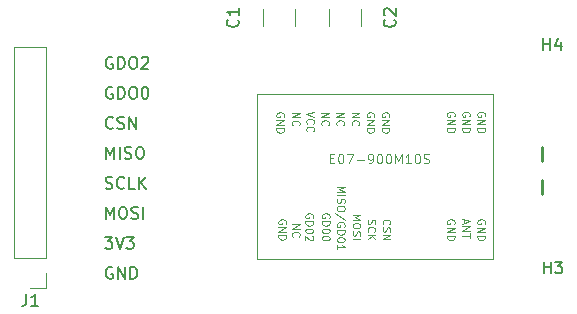
<source format=gbr>
%TF.GenerationSoftware,KiCad,Pcbnew,8.0.2*%
%TF.CreationDate,2024-06-12T11:30:58+02:00*%
%TF.ProjectId,e07-900m10s-breakout,6530372d-3930-4306-9d31-30732d627265,rev?*%
%TF.SameCoordinates,Original*%
%TF.FileFunction,Legend,Top*%
%TF.FilePolarity,Positive*%
%FSLAX46Y46*%
G04 Gerber Fmt 4.6, Leading zero omitted, Abs format (unit mm)*
G04 Created by KiCad (PCBNEW 8.0.2) date 2024-06-12 11:30:58*
%MOMM*%
%LPD*%
G01*
G04 APERTURE LIST*
%ADD10C,0.150000*%
%ADD11C,0.100000*%
%ADD12C,0.120000*%
%ADD13C,0.254000*%
G04 APERTURE END LIST*
D10*
X117176779Y-69084819D02*
X117176779Y-68084819D01*
X117176779Y-68084819D02*
X117510112Y-68799104D01*
X117510112Y-68799104D02*
X117843445Y-68084819D01*
X117843445Y-68084819D02*
X117843445Y-69084819D01*
X118510112Y-68084819D02*
X118700588Y-68084819D01*
X118700588Y-68084819D02*
X118795826Y-68132438D01*
X118795826Y-68132438D02*
X118891064Y-68227676D01*
X118891064Y-68227676D02*
X118938683Y-68418152D01*
X118938683Y-68418152D02*
X118938683Y-68751485D01*
X118938683Y-68751485D02*
X118891064Y-68941961D01*
X118891064Y-68941961D02*
X118795826Y-69037200D01*
X118795826Y-69037200D02*
X118700588Y-69084819D01*
X118700588Y-69084819D02*
X118510112Y-69084819D01*
X118510112Y-69084819D02*
X118414874Y-69037200D01*
X118414874Y-69037200D02*
X118319636Y-68941961D01*
X118319636Y-68941961D02*
X118272017Y-68751485D01*
X118272017Y-68751485D02*
X118272017Y-68418152D01*
X118272017Y-68418152D02*
X118319636Y-68227676D01*
X118319636Y-68227676D02*
X118414874Y-68132438D01*
X118414874Y-68132438D02*
X118510112Y-68084819D01*
X119319636Y-69037200D02*
X119462493Y-69084819D01*
X119462493Y-69084819D02*
X119700588Y-69084819D01*
X119700588Y-69084819D02*
X119795826Y-69037200D01*
X119795826Y-69037200D02*
X119843445Y-68989580D01*
X119843445Y-68989580D02*
X119891064Y-68894342D01*
X119891064Y-68894342D02*
X119891064Y-68799104D01*
X119891064Y-68799104D02*
X119843445Y-68703866D01*
X119843445Y-68703866D02*
X119795826Y-68656247D01*
X119795826Y-68656247D02*
X119700588Y-68608628D01*
X119700588Y-68608628D02*
X119510112Y-68561009D01*
X119510112Y-68561009D02*
X119414874Y-68513390D01*
X119414874Y-68513390D02*
X119367255Y-68465771D01*
X119367255Y-68465771D02*
X119319636Y-68370533D01*
X119319636Y-68370533D02*
X119319636Y-68275295D01*
X119319636Y-68275295D02*
X119367255Y-68180057D01*
X119367255Y-68180057D02*
X119414874Y-68132438D01*
X119414874Y-68132438D02*
X119510112Y-68084819D01*
X119510112Y-68084819D02*
X119748207Y-68084819D01*
X119748207Y-68084819D02*
X119891064Y-68132438D01*
X120319636Y-69084819D02*
X120319636Y-68084819D01*
X117700588Y-55432438D02*
X117605350Y-55384819D01*
X117605350Y-55384819D02*
X117462493Y-55384819D01*
X117462493Y-55384819D02*
X117319636Y-55432438D01*
X117319636Y-55432438D02*
X117224398Y-55527676D01*
X117224398Y-55527676D02*
X117176779Y-55622914D01*
X117176779Y-55622914D02*
X117129160Y-55813390D01*
X117129160Y-55813390D02*
X117129160Y-55956247D01*
X117129160Y-55956247D02*
X117176779Y-56146723D01*
X117176779Y-56146723D02*
X117224398Y-56241961D01*
X117224398Y-56241961D02*
X117319636Y-56337200D01*
X117319636Y-56337200D02*
X117462493Y-56384819D01*
X117462493Y-56384819D02*
X117557731Y-56384819D01*
X117557731Y-56384819D02*
X117700588Y-56337200D01*
X117700588Y-56337200D02*
X117748207Y-56289580D01*
X117748207Y-56289580D02*
X117748207Y-55956247D01*
X117748207Y-55956247D02*
X117557731Y-55956247D01*
X118176779Y-56384819D02*
X118176779Y-55384819D01*
X118176779Y-55384819D02*
X118414874Y-55384819D01*
X118414874Y-55384819D02*
X118557731Y-55432438D01*
X118557731Y-55432438D02*
X118652969Y-55527676D01*
X118652969Y-55527676D02*
X118700588Y-55622914D01*
X118700588Y-55622914D02*
X118748207Y-55813390D01*
X118748207Y-55813390D02*
X118748207Y-55956247D01*
X118748207Y-55956247D02*
X118700588Y-56146723D01*
X118700588Y-56146723D02*
X118652969Y-56241961D01*
X118652969Y-56241961D02*
X118557731Y-56337200D01*
X118557731Y-56337200D02*
X118414874Y-56384819D01*
X118414874Y-56384819D02*
X118176779Y-56384819D01*
X119367255Y-55384819D02*
X119557731Y-55384819D01*
X119557731Y-55384819D02*
X119652969Y-55432438D01*
X119652969Y-55432438D02*
X119748207Y-55527676D01*
X119748207Y-55527676D02*
X119795826Y-55718152D01*
X119795826Y-55718152D02*
X119795826Y-56051485D01*
X119795826Y-56051485D02*
X119748207Y-56241961D01*
X119748207Y-56241961D02*
X119652969Y-56337200D01*
X119652969Y-56337200D02*
X119557731Y-56384819D01*
X119557731Y-56384819D02*
X119367255Y-56384819D01*
X119367255Y-56384819D02*
X119272017Y-56337200D01*
X119272017Y-56337200D02*
X119176779Y-56241961D01*
X119176779Y-56241961D02*
X119129160Y-56051485D01*
X119129160Y-56051485D02*
X119129160Y-55718152D01*
X119129160Y-55718152D02*
X119176779Y-55527676D01*
X119176779Y-55527676D02*
X119272017Y-55432438D01*
X119272017Y-55432438D02*
X119367255Y-55384819D01*
X120176779Y-55480057D02*
X120224398Y-55432438D01*
X120224398Y-55432438D02*
X120319636Y-55384819D01*
X120319636Y-55384819D02*
X120557731Y-55384819D01*
X120557731Y-55384819D02*
X120652969Y-55432438D01*
X120652969Y-55432438D02*
X120700588Y-55480057D01*
X120700588Y-55480057D02*
X120748207Y-55575295D01*
X120748207Y-55575295D02*
X120748207Y-55670533D01*
X120748207Y-55670533D02*
X120700588Y-55813390D01*
X120700588Y-55813390D02*
X120129160Y-56384819D01*
X120129160Y-56384819D02*
X120748207Y-56384819D01*
X117748207Y-61369580D02*
X117700588Y-61417200D01*
X117700588Y-61417200D02*
X117557731Y-61464819D01*
X117557731Y-61464819D02*
X117462493Y-61464819D01*
X117462493Y-61464819D02*
X117319636Y-61417200D01*
X117319636Y-61417200D02*
X117224398Y-61321961D01*
X117224398Y-61321961D02*
X117176779Y-61226723D01*
X117176779Y-61226723D02*
X117129160Y-61036247D01*
X117129160Y-61036247D02*
X117129160Y-60893390D01*
X117129160Y-60893390D02*
X117176779Y-60702914D01*
X117176779Y-60702914D02*
X117224398Y-60607676D01*
X117224398Y-60607676D02*
X117319636Y-60512438D01*
X117319636Y-60512438D02*
X117462493Y-60464819D01*
X117462493Y-60464819D02*
X117557731Y-60464819D01*
X117557731Y-60464819D02*
X117700588Y-60512438D01*
X117700588Y-60512438D02*
X117748207Y-60560057D01*
X118129160Y-61417200D02*
X118272017Y-61464819D01*
X118272017Y-61464819D02*
X118510112Y-61464819D01*
X118510112Y-61464819D02*
X118605350Y-61417200D01*
X118605350Y-61417200D02*
X118652969Y-61369580D01*
X118652969Y-61369580D02*
X118700588Y-61274342D01*
X118700588Y-61274342D02*
X118700588Y-61179104D01*
X118700588Y-61179104D02*
X118652969Y-61083866D01*
X118652969Y-61083866D02*
X118605350Y-61036247D01*
X118605350Y-61036247D02*
X118510112Y-60988628D01*
X118510112Y-60988628D02*
X118319636Y-60941009D01*
X118319636Y-60941009D02*
X118224398Y-60893390D01*
X118224398Y-60893390D02*
X118176779Y-60845771D01*
X118176779Y-60845771D02*
X118129160Y-60750533D01*
X118129160Y-60750533D02*
X118129160Y-60655295D01*
X118129160Y-60655295D02*
X118176779Y-60560057D01*
X118176779Y-60560057D02*
X118224398Y-60512438D01*
X118224398Y-60512438D02*
X118319636Y-60464819D01*
X118319636Y-60464819D02*
X118557731Y-60464819D01*
X118557731Y-60464819D02*
X118700588Y-60512438D01*
X119129160Y-61464819D02*
X119129160Y-60464819D01*
X119129160Y-60464819D02*
X119700588Y-61464819D01*
X119700588Y-61464819D02*
X119700588Y-60464819D01*
X117700588Y-73212438D02*
X117605350Y-73164819D01*
X117605350Y-73164819D02*
X117462493Y-73164819D01*
X117462493Y-73164819D02*
X117319636Y-73212438D01*
X117319636Y-73212438D02*
X117224398Y-73307676D01*
X117224398Y-73307676D02*
X117176779Y-73402914D01*
X117176779Y-73402914D02*
X117129160Y-73593390D01*
X117129160Y-73593390D02*
X117129160Y-73736247D01*
X117129160Y-73736247D02*
X117176779Y-73926723D01*
X117176779Y-73926723D02*
X117224398Y-74021961D01*
X117224398Y-74021961D02*
X117319636Y-74117200D01*
X117319636Y-74117200D02*
X117462493Y-74164819D01*
X117462493Y-74164819D02*
X117557731Y-74164819D01*
X117557731Y-74164819D02*
X117700588Y-74117200D01*
X117700588Y-74117200D02*
X117748207Y-74069580D01*
X117748207Y-74069580D02*
X117748207Y-73736247D01*
X117748207Y-73736247D02*
X117557731Y-73736247D01*
X118176779Y-74164819D02*
X118176779Y-73164819D01*
X118176779Y-73164819D02*
X118748207Y-74164819D01*
X118748207Y-74164819D02*
X118748207Y-73164819D01*
X119224398Y-74164819D02*
X119224398Y-73164819D01*
X119224398Y-73164819D02*
X119462493Y-73164819D01*
X119462493Y-73164819D02*
X119605350Y-73212438D01*
X119605350Y-73212438D02*
X119700588Y-73307676D01*
X119700588Y-73307676D02*
X119748207Y-73402914D01*
X119748207Y-73402914D02*
X119795826Y-73593390D01*
X119795826Y-73593390D02*
X119795826Y-73736247D01*
X119795826Y-73736247D02*
X119748207Y-73926723D01*
X119748207Y-73926723D02*
X119700588Y-74021961D01*
X119700588Y-74021961D02*
X119605350Y-74117200D01*
X119605350Y-74117200D02*
X119462493Y-74164819D01*
X119462493Y-74164819D02*
X119224398Y-74164819D01*
X117129160Y-66497200D02*
X117272017Y-66544819D01*
X117272017Y-66544819D02*
X117510112Y-66544819D01*
X117510112Y-66544819D02*
X117605350Y-66497200D01*
X117605350Y-66497200D02*
X117652969Y-66449580D01*
X117652969Y-66449580D02*
X117700588Y-66354342D01*
X117700588Y-66354342D02*
X117700588Y-66259104D01*
X117700588Y-66259104D02*
X117652969Y-66163866D01*
X117652969Y-66163866D02*
X117605350Y-66116247D01*
X117605350Y-66116247D02*
X117510112Y-66068628D01*
X117510112Y-66068628D02*
X117319636Y-66021009D01*
X117319636Y-66021009D02*
X117224398Y-65973390D01*
X117224398Y-65973390D02*
X117176779Y-65925771D01*
X117176779Y-65925771D02*
X117129160Y-65830533D01*
X117129160Y-65830533D02*
X117129160Y-65735295D01*
X117129160Y-65735295D02*
X117176779Y-65640057D01*
X117176779Y-65640057D02*
X117224398Y-65592438D01*
X117224398Y-65592438D02*
X117319636Y-65544819D01*
X117319636Y-65544819D02*
X117557731Y-65544819D01*
X117557731Y-65544819D02*
X117700588Y-65592438D01*
X118700588Y-66449580D02*
X118652969Y-66497200D01*
X118652969Y-66497200D02*
X118510112Y-66544819D01*
X118510112Y-66544819D02*
X118414874Y-66544819D01*
X118414874Y-66544819D02*
X118272017Y-66497200D01*
X118272017Y-66497200D02*
X118176779Y-66401961D01*
X118176779Y-66401961D02*
X118129160Y-66306723D01*
X118129160Y-66306723D02*
X118081541Y-66116247D01*
X118081541Y-66116247D02*
X118081541Y-65973390D01*
X118081541Y-65973390D02*
X118129160Y-65782914D01*
X118129160Y-65782914D02*
X118176779Y-65687676D01*
X118176779Y-65687676D02*
X118272017Y-65592438D01*
X118272017Y-65592438D02*
X118414874Y-65544819D01*
X118414874Y-65544819D02*
X118510112Y-65544819D01*
X118510112Y-65544819D02*
X118652969Y-65592438D01*
X118652969Y-65592438D02*
X118700588Y-65640057D01*
X119605350Y-66544819D02*
X119129160Y-66544819D01*
X119129160Y-66544819D02*
X119129160Y-65544819D01*
X119938684Y-66544819D02*
X119938684Y-65544819D01*
X120510112Y-66544819D02*
X120081541Y-65973390D01*
X120510112Y-65544819D02*
X119938684Y-66116247D01*
X117176779Y-64004819D02*
X117176779Y-63004819D01*
X117176779Y-63004819D02*
X117510112Y-63719104D01*
X117510112Y-63719104D02*
X117843445Y-63004819D01*
X117843445Y-63004819D02*
X117843445Y-64004819D01*
X118319636Y-64004819D02*
X118319636Y-63004819D01*
X118748207Y-63957200D02*
X118891064Y-64004819D01*
X118891064Y-64004819D02*
X119129159Y-64004819D01*
X119129159Y-64004819D02*
X119224397Y-63957200D01*
X119224397Y-63957200D02*
X119272016Y-63909580D01*
X119272016Y-63909580D02*
X119319635Y-63814342D01*
X119319635Y-63814342D02*
X119319635Y-63719104D01*
X119319635Y-63719104D02*
X119272016Y-63623866D01*
X119272016Y-63623866D02*
X119224397Y-63576247D01*
X119224397Y-63576247D02*
X119129159Y-63528628D01*
X119129159Y-63528628D02*
X118938683Y-63481009D01*
X118938683Y-63481009D02*
X118843445Y-63433390D01*
X118843445Y-63433390D02*
X118795826Y-63385771D01*
X118795826Y-63385771D02*
X118748207Y-63290533D01*
X118748207Y-63290533D02*
X118748207Y-63195295D01*
X118748207Y-63195295D02*
X118795826Y-63100057D01*
X118795826Y-63100057D02*
X118843445Y-63052438D01*
X118843445Y-63052438D02*
X118938683Y-63004819D01*
X118938683Y-63004819D02*
X119176778Y-63004819D01*
X119176778Y-63004819D02*
X119319635Y-63052438D01*
X119938683Y-63004819D02*
X120129159Y-63004819D01*
X120129159Y-63004819D02*
X120224397Y-63052438D01*
X120224397Y-63052438D02*
X120319635Y-63147676D01*
X120319635Y-63147676D02*
X120367254Y-63338152D01*
X120367254Y-63338152D02*
X120367254Y-63671485D01*
X120367254Y-63671485D02*
X120319635Y-63861961D01*
X120319635Y-63861961D02*
X120224397Y-63957200D01*
X120224397Y-63957200D02*
X120129159Y-64004819D01*
X120129159Y-64004819D02*
X119938683Y-64004819D01*
X119938683Y-64004819D02*
X119843445Y-63957200D01*
X119843445Y-63957200D02*
X119748207Y-63861961D01*
X119748207Y-63861961D02*
X119700588Y-63671485D01*
X119700588Y-63671485D02*
X119700588Y-63338152D01*
X119700588Y-63338152D02*
X119748207Y-63147676D01*
X119748207Y-63147676D02*
X119843445Y-63052438D01*
X119843445Y-63052438D02*
X119938683Y-63004819D01*
X117081541Y-70624819D02*
X117700588Y-70624819D01*
X117700588Y-70624819D02*
X117367255Y-71005771D01*
X117367255Y-71005771D02*
X117510112Y-71005771D01*
X117510112Y-71005771D02*
X117605350Y-71053390D01*
X117605350Y-71053390D02*
X117652969Y-71101009D01*
X117652969Y-71101009D02*
X117700588Y-71196247D01*
X117700588Y-71196247D02*
X117700588Y-71434342D01*
X117700588Y-71434342D02*
X117652969Y-71529580D01*
X117652969Y-71529580D02*
X117605350Y-71577200D01*
X117605350Y-71577200D02*
X117510112Y-71624819D01*
X117510112Y-71624819D02*
X117224398Y-71624819D01*
X117224398Y-71624819D02*
X117129160Y-71577200D01*
X117129160Y-71577200D02*
X117081541Y-71529580D01*
X117986303Y-70624819D02*
X118319636Y-71624819D01*
X118319636Y-71624819D02*
X118652969Y-70624819D01*
X118891065Y-70624819D02*
X119510112Y-70624819D01*
X119510112Y-70624819D02*
X119176779Y-71005771D01*
X119176779Y-71005771D02*
X119319636Y-71005771D01*
X119319636Y-71005771D02*
X119414874Y-71053390D01*
X119414874Y-71053390D02*
X119462493Y-71101009D01*
X119462493Y-71101009D02*
X119510112Y-71196247D01*
X119510112Y-71196247D02*
X119510112Y-71434342D01*
X119510112Y-71434342D02*
X119462493Y-71529580D01*
X119462493Y-71529580D02*
X119414874Y-71577200D01*
X119414874Y-71577200D02*
X119319636Y-71624819D01*
X119319636Y-71624819D02*
X119033922Y-71624819D01*
X119033922Y-71624819D02*
X118938684Y-71577200D01*
X118938684Y-71577200D02*
X118891065Y-71529580D01*
X117700588Y-57972438D02*
X117605350Y-57924819D01*
X117605350Y-57924819D02*
X117462493Y-57924819D01*
X117462493Y-57924819D02*
X117319636Y-57972438D01*
X117319636Y-57972438D02*
X117224398Y-58067676D01*
X117224398Y-58067676D02*
X117176779Y-58162914D01*
X117176779Y-58162914D02*
X117129160Y-58353390D01*
X117129160Y-58353390D02*
X117129160Y-58496247D01*
X117129160Y-58496247D02*
X117176779Y-58686723D01*
X117176779Y-58686723D02*
X117224398Y-58781961D01*
X117224398Y-58781961D02*
X117319636Y-58877200D01*
X117319636Y-58877200D02*
X117462493Y-58924819D01*
X117462493Y-58924819D02*
X117557731Y-58924819D01*
X117557731Y-58924819D02*
X117700588Y-58877200D01*
X117700588Y-58877200D02*
X117748207Y-58829580D01*
X117748207Y-58829580D02*
X117748207Y-58496247D01*
X117748207Y-58496247D02*
X117557731Y-58496247D01*
X118176779Y-58924819D02*
X118176779Y-57924819D01*
X118176779Y-57924819D02*
X118414874Y-57924819D01*
X118414874Y-57924819D02*
X118557731Y-57972438D01*
X118557731Y-57972438D02*
X118652969Y-58067676D01*
X118652969Y-58067676D02*
X118700588Y-58162914D01*
X118700588Y-58162914D02*
X118748207Y-58353390D01*
X118748207Y-58353390D02*
X118748207Y-58496247D01*
X118748207Y-58496247D02*
X118700588Y-58686723D01*
X118700588Y-58686723D02*
X118652969Y-58781961D01*
X118652969Y-58781961D02*
X118557731Y-58877200D01*
X118557731Y-58877200D02*
X118414874Y-58924819D01*
X118414874Y-58924819D02*
X118176779Y-58924819D01*
X119367255Y-57924819D02*
X119557731Y-57924819D01*
X119557731Y-57924819D02*
X119652969Y-57972438D01*
X119652969Y-57972438D02*
X119748207Y-58067676D01*
X119748207Y-58067676D02*
X119795826Y-58258152D01*
X119795826Y-58258152D02*
X119795826Y-58591485D01*
X119795826Y-58591485D02*
X119748207Y-58781961D01*
X119748207Y-58781961D02*
X119652969Y-58877200D01*
X119652969Y-58877200D02*
X119557731Y-58924819D01*
X119557731Y-58924819D02*
X119367255Y-58924819D01*
X119367255Y-58924819D02*
X119272017Y-58877200D01*
X119272017Y-58877200D02*
X119176779Y-58781961D01*
X119176779Y-58781961D02*
X119129160Y-58591485D01*
X119129160Y-58591485D02*
X119129160Y-58258152D01*
X119129160Y-58258152D02*
X119176779Y-58067676D01*
X119176779Y-58067676D02*
X119272017Y-57972438D01*
X119272017Y-57972438D02*
X119367255Y-57924819D01*
X120414874Y-57924819D02*
X120510112Y-57924819D01*
X120510112Y-57924819D02*
X120605350Y-57972438D01*
X120605350Y-57972438D02*
X120652969Y-58020057D01*
X120652969Y-58020057D02*
X120700588Y-58115295D01*
X120700588Y-58115295D02*
X120748207Y-58305771D01*
X120748207Y-58305771D02*
X120748207Y-58543866D01*
X120748207Y-58543866D02*
X120700588Y-58734342D01*
X120700588Y-58734342D02*
X120652969Y-58829580D01*
X120652969Y-58829580D02*
X120605350Y-58877200D01*
X120605350Y-58877200D02*
X120510112Y-58924819D01*
X120510112Y-58924819D02*
X120414874Y-58924819D01*
X120414874Y-58924819D02*
X120319636Y-58877200D01*
X120319636Y-58877200D02*
X120272017Y-58829580D01*
X120272017Y-58829580D02*
X120224398Y-58734342D01*
X120224398Y-58734342D02*
X120176779Y-58543866D01*
X120176779Y-58543866D02*
X120176779Y-58305771D01*
X120176779Y-58305771D02*
X120224398Y-58115295D01*
X120224398Y-58115295D02*
X120272017Y-58020057D01*
X120272017Y-58020057D02*
X120319636Y-57972438D01*
X120319636Y-57972438D02*
X120414874Y-57924819D01*
X154233920Y-73718644D02*
X154233920Y-72718644D01*
X154233920Y-73194834D02*
X154805348Y-73194834D01*
X154805348Y-73718644D02*
X154805348Y-72718644D01*
X155186301Y-72718644D02*
X155805348Y-72718644D01*
X155805348Y-72718644D02*
X155472015Y-73099596D01*
X155472015Y-73099596D02*
X155614872Y-73099596D01*
X155614872Y-73099596D02*
X155710110Y-73147215D01*
X155710110Y-73147215D02*
X155757729Y-73194834D01*
X155757729Y-73194834D02*
X155805348Y-73290072D01*
X155805348Y-73290072D02*
X155805348Y-73528167D01*
X155805348Y-73528167D02*
X155757729Y-73623405D01*
X155757729Y-73623405D02*
X155710110Y-73671025D01*
X155710110Y-73671025D02*
X155614872Y-73718644D01*
X155614872Y-73718644D02*
X155329158Y-73718644D01*
X155329158Y-73718644D02*
X155233920Y-73671025D01*
X155233920Y-73671025D02*
X155186301Y-73623405D01*
D11*
X147941125Y-60416027D02*
X147972077Y-60354122D01*
X147972077Y-60354122D02*
X147972077Y-60261265D01*
X147972077Y-60261265D02*
X147941125Y-60168408D01*
X147941125Y-60168408D02*
X147879220Y-60106503D01*
X147879220Y-60106503D02*
X147817315Y-60075550D01*
X147817315Y-60075550D02*
X147693506Y-60044598D01*
X147693506Y-60044598D02*
X147600649Y-60044598D01*
X147600649Y-60044598D02*
X147476839Y-60075550D01*
X147476839Y-60075550D02*
X147414934Y-60106503D01*
X147414934Y-60106503D02*
X147353030Y-60168408D01*
X147353030Y-60168408D02*
X147322077Y-60261265D01*
X147322077Y-60261265D02*
X147322077Y-60323169D01*
X147322077Y-60323169D02*
X147353030Y-60416027D01*
X147353030Y-60416027D02*
X147383982Y-60446979D01*
X147383982Y-60446979D02*
X147600649Y-60446979D01*
X147600649Y-60446979D02*
X147600649Y-60323169D01*
X147322077Y-60725550D02*
X147972077Y-60725550D01*
X147972077Y-60725550D02*
X147322077Y-61096979D01*
X147322077Y-61096979D02*
X147972077Y-61096979D01*
X147322077Y-61406502D02*
X147972077Y-61406502D01*
X147972077Y-61406502D02*
X147972077Y-61561264D01*
X147972077Y-61561264D02*
X147941125Y-61654121D01*
X147941125Y-61654121D02*
X147879220Y-61716026D01*
X147879220Y-61716026D02*
X147817315Y-61746979D01*
X147817315Y-61746979D02*
X147693506Y-61777931D01*
X147693506Y-61777931D02*
X147600649Y-61777931D01*
X147600649Y-61777931D02*
X147476839Y-61746979D01*
X147476839Y-61746979D02*
X147414934Y-61716026D01*
X147414934Y-61716026D02*
X147353030Y-61654121D01*
X147353030Y-61654121D02*
X147322077Y-61561264D01*
X147322077Y-61561264D02*
X147322077Y-61406502D01*
X139340700Y-69165598D02*
X139309747Y-69258455D01*
X139309747Y-69258455D02*
X139309747Y-69413217D01*
X139309747Y-69413217D02*
X139340700Y-69475122D01*
X139340700Y-69475122D02*
X139371652Y-69506074D01*
X139371652Y-69506074D02*
X139433557Y-69537027D01*
X139433557Y-69537027D02*
X139495461Y-69537027D01*
X139495461Y-69537027D02*
X139557366Y-69506074D01*
X139557366Y-69506074D02*
X139588319Y-69475122D01*
X139588319Y-69475122D02*
X139619271Y-69413217D01*
X139619271Y-69413217D02*
X139650223Y-69289408D01*
X139650223Y-69289408D02*
X139681176Y-69227503D01*
X139681176Y-69227503D02*
X139712128Y-69196550D01*
X139712128Y-69196550D02*
X139774033Y-69165598D01*
X139774033Y-69165598D02*
X139835938Y-69165598D01*
X139835938Y-69165598D02*
X139897842Y-69196550D01*
X139897842Y-69196550D02*
X139928795Y-69227503D01*
X139928795Y-69227503D02*
X139959747Y-69289408D01*
X139959747Y-69289408D02*
X139959747Y-69444169D01*
X139959747Y-69444169D02*
X139928795Y-69537027D01*
X139371652Y-70187027D02*
X139340700Y-70156075D01*
X139340700Y-70156075D02*
X139309747Y-70063217D01*
X139309747Y-70063217D02*
X139309747Y-70001313D01*
X139309747Y-70001313D02*
X139340700Y-69908456D01*
X139340700Y-69908456D02*
X139402604Y-69846551D01*
X139402604Y-69846551D02*
X139464509Y-69815598D01*
X139464509Y-69815598D02*
X139588319Y-69784646D01*
X139588319Y-69784646D02*
X139681176Y-69784646D01*
X139681176Y-69784646D02*
X139804985Y-69815598D01*
X139804985Y-69815598D02*
X139866890Y-69846551D01*
X139866890Y-69846551D02*
X139928795Y-69908456D01*
X139928795Y-69908456D02*
X139959747Y-70001313D01*
X139959747Y-70001313D02*
X139959747Y-70063217D01*
X139959747Y-70063217D02*
X139928795Y-70156075D01*
X139928795Y-70156075D02*
X139897842Y-70187027D01*
X139309747Y-70465598D02*
X139959747Y-70465598D01*
X139309747Y-70837027D02*
X139681176Y-70558456D01*
X139959747Y-70837027D02*
X139588319Y-70465598D01*
X136674297Y-60105550D02*
X137324297Y-60105550D01*
X137324297Y-60105550D02*
X136674297Y-60476979D01*
X136674297Y-60476979D02*
X137324297Y-60476979D01*
X136736202Y-61157931D02*
X136705250Y-61126979D01*
X136705250Y-61126979D02*
X136674297Y-61034121D01*
X136674297Y-61034121D02*
X136674297Y-60972217D01*
X136674297Y-60972217D02*
X136705250Y-60879360D01*
X136705250Y-60879360D02*
X136767154Y-60817455D01*
X136767154Y-60817455D02*
X136829059Y-60786502D01*
X136829059Y-60786502D02*
X136952869Y-60755550D01*
X136952869Y-60755550D02*
X137045726Y-60755550D01*
X137045726Y-60755550D02*
X137169535Y-60786502D01*
X137169535Y-60786502D02*
X137231440Y-60817455D01*
X137231440Y-60817455D02*
X137293345Y-60879360D01*
X137293345Y-60879360D02*
X137324297Y-60972217D01*
X137324297Y-60972217D02*
X137324297Y-61034121D01*
X137324297Y-61034121D02*
X137293345Y-61126979D01*
X137293345Y-61126979D02*
X137262392Y-61157931D01*
X146662235Y-60416027D02*
X146693187Y-60354122D01*
X146693187Y-60354122D02*
X146693187Y-60261265D01*
X146693187Y-60261265D02*
X146662235Y-60168408D01*
X146662235Y-60168408D02*
X146600330Y-60106503D01*
X146600330Y-60106503D02*
X146538425Y-60075550D01*
X146538425Y-60075550D02*
X146414616Y-60044598D01*
X146414616Y-60044598D02*
X146321759Y-60044598D01*
X146321759Y-60044598D02*
X146197949Y-60075550D01*
X146197949Y-60075550D02*
X146136044Y-60106503D01*
X146136044Y-60106503D02*
X146074140Y-60168408D01*
X146074140Y-60168408D02*
X146043187Y-60261265D01*
X146043187Y-60261265D02*
X146043187Y-60323169D01*
X146043187Y-60323169D02*
X146074140Y-60416027D01*
X146074140Y-60416027D02*
X146105092Y-60446979D01*
X146105092Y-60446979D02*
X146321759Y-60446979D01*
X146321759Y-60446979D02*
X146321759Y-60323169D01*
X146043187Y-60725550D02*
X146693187Y-60725550D01*
X146693187Y-60725550D02*
X146043187Y-61096979D01*
X146043187Y-61096979D02*
X146693187Y-61096979D01*
X146043187Y-61406502D02*
X146693187Y-61406502D01*
X146693187Y-61406502D02*
X146693187Y-61561264D01*
X146693187Y-61561264D02*
X146662235Y-61654121D01*
X146662235Y-61654121D02*
X146600330Y-61716026D01*
X146600330Y-61716026D02*
X146538425Y-61746979D01*
X146538425Y-61746979D02*
X146414616Y-61777931D01*
X146414616Y-61777931D02*
X146321759Y-61777931D01*
X146321759Y-61777931D02*
X146197949Y-61746979D01*
X146197949Y-61746979D02*
X146136044Y-61716026D01*
X146136044Y-61716026D02*
X146074140Y-61654121D01*
X146074140Y-61654121D02*
X146043187Y-61561264D01*
X146043187Y-61561264D02*
X146043187Y-61406502D01*
X149220015Y-69521027D02*
X149250967Y-69459122D01*
X149250967Y-69459122D02*
X149250967Y-69366265D01*
X149250967Y-69366265D02*
X149220015Y-69273408D01*
X149220015Y-69273408D02*
X149158110Y-69211503D01*
X149158110Y-69211503D02*
X149096205Y-69180550D01*
X149096205Y-69180550D02*
X148972396Y-69149598D01*
X148972396Y-69149598D02*
X148879539Y-69149598D01*
X148879539Y-69149598D02*
X148755729Y-69180550D01*
X148755729Y-69180550D02*
X148693824Y-69211503D01*
X148693824Y-69211503D02*
X148631920Y-69273408D01*
X148631920Y-69273408D02*
X148600967Y-69366265D01*
X148600967Y-69366265D02*
X148600967Y-69428169D01*
X148600967Y-69428169D02*
X148631920Y-69521027D01*
X148631920Y-69521027D02*
X148662872Y-69551979D01*
X148662872Y-69551979D02*
X148879539Y-69551979D01*
X148879539Y-69551979D02*
X148879539Y-69428169D01*
X148600967Y-69830550D02*
X149250967Y-69830550D01*
X149250967Y-69830550D02*
X148600967Y-70201979D01*
X148600967Y-70201979D02*
X149250967Y-70201979D01*
X148600967Y-70511502D02*
X149250967Y-70511502D01*
X149250967Y-70511502D02*
X149250967Y-70666264D01*
X149250967Y-70666264D02*
X149220015Y-70759121D01*
X149220015Y-70759121D02*
X149158110Y-70821026D01*
X149158110Y-70821026D02*
X149096205Y-70851979D01*
X149096205Y-70851979D02*
X148972396Y-70882931D01*
X148972396Y-70882931D02*
X148879539Y-70882931D01*
X148879539Y-70882931D02*
X148755729Y-70851979D01*
X148755729Y-70851979D02*
X148693824Y-70821026D01*
X148693824Y-70821026D02*
X148631920Y-70759121D01*
X148631920Y-70759121D02*
X148600967Y-70666264D01*
X148600967Y-70666264D02*
X148600967Y-70511502D01*
X137953187Y-60105550D02*
X138603187Y-60105550D01*
X138603187Y-60105550D02*
X137953187Y-60476979D01*
X137953187Y-60476979D02*
X138603187Y-60476979D01*
X138015092Y-61157931D02*
X137984140Y-61126979D01*
X137984140Y-61126979D02*
X137953187Y-61034121D01*
X137953187Y-61034121D02*
X137953187Y-60972217D01*
X137953187Y-60972217D02*
X137984140Y-60879360D01*
X137984140Y-60879360D02*
X138046044Y-60817455D01*
X138046044Y-60817455D02*
X138107949Y-60786502D01*
X138107949Y-60786502D02*
X138231759Y-60755550D01*
X138231759Y-60755550D02*
X138324616Y-60755550D01*
X138324616Y-60755550D02*
X138448425Y-60786502D01*
X138448425Y-60786502D02*
X138510330Y-60817455D01*
X138510330Y-60817455D02*
X138572235Y-60879360D01*
X138572235Y-60879360D02*
X138603187Y-60972217D01*
X138603187Y-60972217D02*
X138603187Y-61034121D01*
X138603187Y-61034121D02*
X138572235Y-61126979D01*
X138572235Y-61126979D02*
X138541282Y-61157931D01*
X132385795Y-69507027D02*
X132416747Y-69445122D01*
X132416747Y-69445122D02*
X132416747Y-69352265D01*
X132416747Y-69352265D02*
X132385795Y-69259408D01*
X132385795Y-69259408D02*
X132323890Y-69197503D01*
X132323890Y-69197503D02*
X132261985Y-69166550D01*
X132261985Y-69166550D02*
X132138176Y-69135598D01*
X132138176Y-69135598D02*
X132045319Y-69135598D01*
X132045319Y-69135598D02*
X131921509Y-69166550D01*
X131921509Y-69166550D02*
X131859604Y-69197503D01*
X131859604Y-69197503D02*
X131797700Y-69259408D01*
X131797700Y-69259408D02*
X131766747Y-69352265D01*
X131766747Y-69352265D02*
X131766747Y-69414169D01*
X131766747Y-69414169D02*
X131797700Y-69507027D01*
X131797700Y-69507027D02*
X131828652Y-69537979D01*
X131828652Y-69537979D02*
X132045319Y-69537979D01*
X132045319Y-69537979D02*
X132045319Y-69414169D01*
X131766747Y-69816550D02*
X132416747Y-69816550D01*
X132416747Y-69816550D02*
X131766747Y-70187979D01*
X131766747Y-70187979D02*
X132416747Y-70187979D01*
X131766747Y-70497502D02*
X132416747Y-70497502D01*
X132416747Y-70497502D02*
X132416747Y-70652264D01*
X132416747Y-70652264D02*
X132385795Y-70745121D01*
X132385795Y-70745121D02*
X132323890Y-70807026D01*
X132323890Y-70807026D02*
X132261985Y-70837979D01*
X132261985Y-70837979D02*
X132138176Y-70868931D01*
X132138176Y-70868931D02*
X132045319Y-70868931D01*
X132045319Y-70868931D02*
X131921509Y-70837979D01*
X131921509Y-70837979D02*
X131859604Y-70807026D01*
X131859604Y-70807026D02*
X131797700Y-70745121D01*
X131797700Y-70745121D02*
X131766747Y-70652264D01*
X131766747Y-70652264D02*
X131766747Y-70497502D01*
X132207795Y-60446027D02*
X132238747Y-60384122D01*
X132238747Y-60384122D02*
X132238747Y-60291265D01*
X132238747Y-60291265D02*
X132207795Y-60198408D01*
X132207795Y-60198408D02*
X132145890Y-60136503D01*
X132145890Y-60136503D02*
X132083985Y-60105550D01*
X132083985Y-60105550D02*
X131960176Y-60074598D01*
X131960176Y-60074598D02*
X131867319Y-60074598D01*
X131867319Y-60074598D02*
X131743509Y-60105550D01*
X131743509Y-60105550D02*
X131681604Y-60136503D01*
X131681604Y-60136503D02*
X131619700Y-60198408D01*
X131619700Y-60198408D02*
X131588747Y-60291265D01*
X131588747Y-60291265D02*
X131588747Y-60353169D01*
X131588747Y-60353169D02*
X131619700Y-60446027D01*
X131619700Y-60446027D02*
X131650652Y-60476979D01*
X131650652Y-60476979D02*
X131867319Y-60476979D01*
X131867319Y-60476979D02*
X131867319Y-60353169D01*
X131588747Y-60755550D02*
X132238747Y-60755550D01*
X132238747Y-60755550D02*
X131588747Y-61126979D01*
X131588747Y-61126979D02*
X132238747Y-61126979D01*
X131588747Y-61436502D02*
X132238747Y-61436502D01*
X132238747Y-61436502D02*
X132238747Y-61591264D01*
X132238747Y-61591264D02*
X132207795Y-61684121D01*
X132207795Y-61684121D02*
X132145890Y-61746026D01*
X132145890Y-61746026D02*
X132083985Y-61776979D01*
X132083985Y-61776979D02*
X131960176Y-61807931D01*
X131960176Y-61807931D02*
X131867319Y-61807931D01*
X131867319Y-61807931D02*
X131743509Y-61776979D01*
X131743509Y-61776979D02*
X131681604Y-61746026D01*
X131681604Y-61746026D02*
X131619700Y-61684121D01*
X131619700Y-61684121D02*
X131588747Y-61591264D01*
X131588747Y-61591264D02*
X131588747Y-61436502D01*
X135395407Y-60105550D02*
X136045407Y-60105550D01*
X136045407Y-60105550D02*
X135395407Y-60476979D01*
X135395407Y-60476979D02*
X136045407Y-60476979D01*
X135457312Y-61157931D02*
X135426360Y-61126979D01*
X135426360Y-61126979D02*
X135395407Y-61034121D01*
X135395407Y-61034121D02*
X135395407Y-60972217D01*
X135395407Y-60972217D02*
X135426360Y-60879360D01*
X135426360Y-60879360D02*
X135488264Y-60817455D01*
X135488264Y-60817455D02*
X135550169Y-60786502D01*
X135550169Y-60786502D02*
X135673979Y-60755550D01*
X135673979Y-60755550D02*
X135766836Y-60755550D01*
X135766836Y-60755550D02*
X135890645Y-60786502D01*
X135890645Y-60786502D02*
X135952550Y-60817455D01*
X135952550Y-60817455D02*
X136014455Y-60879360D01*
X136014455Y-60879360D02*
X136045407Y-60972217D01*
X136045407Y-60972217D02*
X136045407Y-61034121D01*
X136045407Y-61034121D02*
X136014455Y-61126979D01*
X136014455Y-61126979D02*
X135983502Y-61157931D01*
X139851125Y-60446027D02*
X139882077Y-60384122D01*
X139882077Y-60384122D02*
X139882077Y-60291265D01*
X139882077Y-60291265D02*
X139851125Y-60198408D01*
X139851125Y-60198408D02*
X139789220Y-60136503D01*
X139789220Y-60136503D02*
X139727315Y-60105550D01*
X139727315Y-60105550D02*
X139603506Y-60074598D01*
X139603506Y-60074598D02*
X139510649Y-60074598D01*
X139510649Y-60074598D02*
X139386839Y-60105550D01*
X139386839Y-60105550D02*
X139324934Y-60136503D01*
X139324934Y-60136503D02*
X139263030Y-60198408D01*
X139263030Y-60198408D02*
X139232077Y-60291265D01*
X139232077Y-60291265D02*
X139232077Y-60353169D01*
X139232077Y-60353169D02*
X139263030Y-60446027D01*
X139263030Y-60446027D02*
X139293982Y-60476979D01*
X139293982Y-60476979D02*
X139510649Y-60476979D01*
X139510649Y-60476979D02*
X139510649Y-60353169D01*
X139232077Y-60755550D02*
X139882077Y-60755550D01*
X139882077Y-60755550D02*
X139232077Y-61126979D01*
X139232077Y-61126979D02*
X139882077Y-61126979D01*
X139232077Y-61436502D02*
X139882077Y-61436502D01*
X139882077Y-61436502D02*
X139882077Y-61591264D01*
X139882077Y-61591264D02*
X139851125Y-61684121D01*
X139851125Y-61684121D02*
X139789220Y-61746026D01*
X139789220Y-61746026D02*
X139727315Y-61776979D01*
X139727315Y-61776979D02*
X139603506Y-61807931D01*
X139603506Y-61807931D02*
X139510649Y-61807931D01*
X139510649Y-61807931D02*
X139386839Y-61776979D01*
X139386839Y-61776979D02*
X139324934Y-61746026D01*
X139324934Y-61746026D02*
X139263030Y-61684121D01*
X139263030Y-61684121D02*
X139232077Y-61591264D01*
X139232077Y-61591264D02*
X139232077Y-61436502D01*
X132909747Y-69547550D02*
X133559747Y-69547550D01*
X133559747Y-69547550D02*
X132909747Y-69918979D01*
X132909747Y-69918979D02*
X133559747Y-69918979D01*
X132971652Y-70599931D02*
X132940700Y-70568979D01*
X132940700Y-70568979D02*
X132909747Y-70476121D01*
X132909747Y-70476121D02*
X132909747Y-70414217D01*
X132909747Y-70414217D02*
X132940700Y-70321360D01*
X132940700Y-70321360D02*
X133002604Y-70259455D01*
X133002604Y-70259455D02*
X133064509Y-70228502D01*
X133064509Y-70228502D02*
X133188319Y-70197550D01*
X133188319Y-70197550D02*
X133281176Y-70197550D01*
X133281176Y-70197550D02*
X133404985Y-70228502D01*
X133404985Y-70228502D02*
X133466890Y-70259455D01*
X133466890Y-70259455D02*
X133528795Y-70321360D01*
X133528795Y-70321360D02*
X133559747Y-70414217D01*
X133559747Y-70414217D02*
X133559747Y-70476121D01*
X133559747Y-70476121D02*
X133528795Y-70568979D01*
X133528795Y-70568979D02*
X133497842Y-70599931D01*
X134766527Y-60012693D02*
X134116527Y-60229360D01*
X134116527Y-60229360D02*
X134766527Y-60446027D01*
X134178432Y-61034122D02*
X134147480Y-61003170D01*
X134147480Y-61003170D02*
X134116527Y-60910312D01*
X134116527Y-60910312D02*
X134116527Y-60848408D01*
X134116527Y-60848408D02*
X134147480Y-60755551D01*
X134147480Y-60755551D02*
X134209384Y-60693646D01*
X134209384Y-60693646D02*
X134271289Y-60662693D01*
X134271289Y-60662693D02*
X134395099Y-60631741D01*
X134395099Y-60631741D02*
X134487956Y-60631741D01*
X134487956Y-60631741D02*
X134611765Y-60662693D01*
X134611765Y-60662693D02*
X134673670Y-60693646D01*
X134673670Y-60693646D02*
X134735575Y-60755551D01*
X134735575Y-60755551D02*
X134766527Y-60848408D01*
X134766527Y-60848408D02*
X134766527Y-60910312D01*
X134766527Y-60910312D02*
X134735575Y-61003170D01*
X134735575Y-61003170D02*
X134704622Y-61034122D01*
X134178432Y-61684122D02*
X134147480Y-61653170D01*
X134147480Y-61653170D02*
X134116527Y-61560312D01*
X134116527Y-61560312D02*
X134116527Y-61498408D01*
X134116527Y-61498408D02*
X134147480Y-61405551D01*
X134147480Y-61405551D02*
X134209384Y-61343646D01*
X134209384Y-61343646D02*
X134271289Y-61312693D01*
X134271289Y-61312693D02*
X134395099Y-61281741D01*
X134395099Y-61281741D02*
X134487956Y-61281741D01*
X134487956Y-61281741D02*
X134611765Y-61312693D01*
X134611765Y-61312693D02*
X134673670Y-61343646D01*
X134673670Y-61343646D02*
X134735575Y-61405551D01*
X134735575Y-61405551D02*
X134766527Y-61498408D01*
X134766527Y-61498408D02*
X134766527Y-61560312D01*
X134766527Y-61560312D02*
X134735575Y-61653170D01*
X134735575Y-61653170D02*
X134704622Y-61684122D01*
X146662235Y-69521027D02*
X146693187Y-69459122D01*
X146693187Y-69459122D02*
X146693187Y-69366265D01*
X146693187Y-69366265D02*
X146662235Y-69273408D01*
X146662235Y-69273408D02*
X146600330Y-69211503D01*
X146600330Y-69211503D02*
X146538425Y-69180550D01*
X146538425Y-69180550D02*
X146414616Y-69149598D01*
X146414616Y-69149598D02*
X146321759Y-69149598D01*
X146321759Y-69149598D02*
X146197949Y-69180550D01*
X146197949Y-69180550D02*
X146136044Y-69211503D01*
X146136044Y-69211503D02*
X146074140Y-69273408D01*
X146074140Y-69273408D02*
X146043187Y-69366265D01*
X146043187Y-69366265D02*
X146043187Y-69428169D01*
X146043187Y-69428169D02*
X146074140Y-69521027D01*
X146074140Y-69521027D02*
X146105092Y-69551979D01*
X146105092Y-69551979D02*
X146321759Y-69551979D01*
X146321759Y-69551979D02*
X146321759Y-69428169D01*
X146043187Y-69830550D02*
X146693187Y-69830550D01*
X146693187Y-69830550D02*
X146043187Y-70201979D01*
X146043187Y-70201979D02*
X146693187Y-70201979D01*
X146043187Y-70511502D02*
X146693187Y-70511502D01*
X146693187Y-70511502D02*
X146693187Y-70666264D01*
X146693187Y-70666264D02*
X146662235Y-70759121D01*
X146662235Y-70759121D02*
X146600330Y-70821026D01*
X146600330Y-70821026D02*
X146538425Y-70851979D01*
X146538425Y-70851979D02*
X146414616Y-70882931D01*
X146414616Y-70882931D02*
X146321759Y-70882931D01*
X146321759Y-70882931D02*
X146197949Y-70851979D01*
X146197949Y-70851979D02*
X146136044Y-70821026D01*
X146136044Y-70821026D02*
X146074140Y-70759121D01*
X146074140Y-70759121D02*
X146043187Y-70666264D01*
X146043187Y-70666264D02*
X146043187Y-70511502D01*
X140641652Y-69567979D02*
X140610700Y-69537027D01*
X140610700Y-69537027D02*
X140579747Y-69444169D01*
X140579747Y-69444169D02*
X140579747Y-69382265D01*
X140579747Y-69382265D02*
X140610700Y-69289408D01*
X140610700Y-69289408D02*
X140672604Y-69227503D01*
X140672604Y-69227503D02*
X140734509Y-69196550D01*
X140734509Y-69196550D02*
X140858319Y-69165598D01*
X140858319Y-69165598D02*
X140951176Y-69165598D01*
X140951176Y-69165598D02*
X141074985Y-69196550D01*
X141074985Y-69196550D02*
X141136890Y-69227503D01*
X141136890Y-69227503D02*
X141198795Y-69289408D01*
X141198795Y-69289408D02*
X141229747Y-69382265D01*
X141229747Y-69382265D02*
X141229747Y-69444169D01*
X141229747Y-69444169D02*
X141198795Y-69537027D01*
X141198795Y-69537027D02*
X141167842Y-69567979D01*
X140610700Y-69815598D02*
X140579747Y-69908455D01*
X140579747Y-69908455D02*
X140579747Y-70063217D01*
X140579747Y-70063217D02*
X140610700Y-70125122D01*
X140610700Y-70125122D02*
X140641652Y-70156074D01*
X140641652Y-70156074D02*
X140703557Y-70187027D01*
X140703557Y-70187027D02*
X140765461Y-70187027D01*
X140765461Y-70187027D02*
X140827366Y-70156074D01*
X140827366Y-70156074D02*
X140858319Y-70125122D01*
X140858319Y-70125122D02*
X140889271Y-70063217D01*
X140889271Y-70063217D02*
X140920223Y-69939408D01*
X140920223Y-69939408D02*
X140951176Y-69877503D01*
X140951176Y-69877503D02*
X140982128Y-69846550D01*
X140982128Y-69846550D02*
X141044033Y-69815598D01*
X141044033Y-69815598D02*
X141105938Y-69815598D01*
X141105938Y-69815598D02*
X141167842Y-69846550D01*
X141167842Y-69846550D02*
X141198795Y-69877503D01*
X141198795Y-69877503D02*
X141229747Y-69939408D01*
X141229747Y-69939408D02*
X141229747Y-70094169D01*
X141229747Y-70094169D02*
X141198795Y-70187027D01*
X140579747Y-70465598D02*
X141229747Y-70465598D01*
X141229747Y-70465598D02*
X140579747Y-70837027D01*
X140579747Y-70837027D02*
X141229747Y-70837027D01*
X134671795Y-68999027D02*
X134702747Y-68937122D01*
X134702747Y-68937122D02*
X134702747Y-68844265D01*
X134702747Y-68844265D02*
X134671795Y-68751408D01*
X134671795Y-68751408D02*
X134609890Y-68689503D01*
X134609890Y-68689503D02*
X134547985Y-68658550D01*
X134547985Y-68658550D02*
X134424176Y-68627598D01*
X134424176Y-68627598D02*
X134331319Y-68627598D01*
X134331319Y-68627598D02*
X134207509Y-68658550D01*
X134207509Y-68658550D02*
X134145604Y-68689503D01*
X134145604Y-68689503D02*
X134083700Y-68751408D01*
X134083700Y-68751408D02*
X134052747Y-68844265D01*
X134052747Y-68844265D02*
X134052747Y-68906169D01*
X134052747Y-68906169D02*
X134083700Y-68999027D01*
X134083700Y-68999027D02*
X134114652Y-69029979D01*
X134114652Y-69029979D02*
X134331319Y-69029979D01*
X134331319Y-69029979D02*
X134331319Y-68906169D01*
X134052747Y-69308550D02*
X134702747Y-69308550D01*
X134702747Y-69308550D02*
X134702747Y-69463312D01*
X134702747Y-69463312D02*
X134671795Y-69556169D01*
X134671795Y-69556169D02*
X134609890Y-69618074D01*
X134609890Y-69618074D02*
X134547985Y-69649027D01*
X134547985Y-69649027D02*
X134424176Y-69679979D01*
X134424176Y-69679979D02*
X134331319Y-69679979D01*
X134331319Y-69679979D02*
X134207509Y-69649027D01*
X134207509Y-69649027D02*
X134145604Y-69618074D01*
X134145604Y-69618074D02*
X134083700Y-69556169D01*
X134083700Y-69556169D02*
X134052747Y-69463312D01*
X134052747Y-69463312D02*
X134052747Y-69308550D01*
X134702747Y-70082360D02*
X134702747Y-70144265D01*
X134702747Y-70144265D02*
X134671795Y-70206169D01*
X134671795Y-70206169D02*
X134640842Y-70237122D01*
X134640842Y-70237122D02*
X134578938Y-70268074D01*
X134578938Y-70268074D02*
X134455128Y-70299027D01*
X134455128Y-70299027D02*
X134300366Y-70299027D01*
X134300366Y-70299027D02*
X134176557Y-70268074D01*
X134176557Y-70268074D02*
X134114652Y-70237122D01*
X134114652Y-70237122D02*
X134083700Y-70206169D01*
X134083700Y-70206169D02*
X134052747Y-70144265D01*
X134052747Y-70144265D02*
X134052747Y-70082360D01*
X134052747Y-70082360D02*
X134083700Y-70020455D01*
X134083700Y-70020455D02*
X134114652Y-69989503D01*
X134114652Y-69989503D02*
X134176557Y-69958550D01*
X134176557Y-69958550D02*
X134300366Y-69927598D01*
X134300366Y-69927598D02*
X134455128Y-69927598D01*
X134455128Y-69927598D02*
X134578938Y-69958550D01*
X134578938Y-69958550D02*
X134640842Y-69989503D01*
X134640842Y-69989503D02*
X134671795Y-70020455D01*
X134671795Y-70020455D02*
X134702747Y-70082360D01*
X134640842Y-70546646D02*
X134671795Y-70577598D01*
X134671795Y-70577598D02*
X134702747Y-70639503D01*
X134702747Y-70639503D02*
X134702747Y-70794265D01*
X134702747Y-70794265D02*
X134671795Y-70856170D01*
X134671795Y-70856170D02*
X134640842Y-70887122D01*
X134640842Y-70887122D02*
X134578938Y-70918075D01*
X134578938Y-70918075D02*
X134517033Y-70918075D01*
X134517033Y-70918075D02*
X134424176Y-70887122D01*
X134424176Y-70887122D02*
X134052747Y-70515694D01*
X134052747Y-70515694D02*
X134052747Y-70918075D01*
X149220015Y-60416027D02*
X149250967Y-60354122D01*
X149250967Y-60354122D02*
X149250967Y-60261265D01*
X149250967Y-60261265D02*
X149220015Y-60168408D01*
X149220015Y-60168408D02*
X149158110Y-60106503D01*
X149158110Y-60106503D02*
X149096205Y-60075550D01*
X149096205Y-60075550D02*
X148972396Y-60044598D01*
X148972396Y-60044598D02*
X148879539Y-60044598D01*
X148879539Y-60044598D02*
X148755729Y-60075550D01*
X148755729Y-60075550D02*
X148693824Y-60106503D01*
X148693824Y-60106503D02*
X148631920Y-60168408D01*
X148631920Y-60168408D02*
X148600967Y-60261265D01*
X148600967Y-60261265D02*
X148600967Y-60323169D01*
X148600967Y-60323169D02*
X148631920Y-60416027D01*
X148631920Y-60416027D02*
X148662872Y-60446979D01*
X148662872Y-60446979D02*
X148879539Y-60446979D01*
X148879539Y-60446979D02*
X148879539Y-60323169D01*
X148600967Y-60725550D02*
X149250967Y-60725550D01*
X149250967Y-60725550D02*
X148600967Y-61096979D01*
X148600967Y-61096979D02*
X149250967Y-61096979D01*
X148600967Y-61406502D02*
X149250967Y-61406502D01*
X149250967Y-61406502D02*
X149250967Y-61561264D01*
X149250967Y-61561264D02*
X149220015Y-61654121D01*
X149220015Y-61654121D02*
X149158110Y-61716026D01*
X149158110Y-61716026D02*
X149096205Y-61746979D01*
X149096205Y-61746979D02*
X148972396Y-61777931D01*
X148972396Y-61777931D02*
X148879539Y-61777931D01*
X148879539Y-61777931D02*
X148755729Y-61746979D01*
X148755729Y-61746979D02*
X148693824Y-61716026D01*
X148693824Y-61716026D02*
X148631920Y-61654121D01*
X148631920Y-61654121D02*
X148600967Y-61561264D01*
X148600967Y-61561264D02*
X148600967Y-61406502D01*
X138039747Y-68763360D02*
X138689747Y-68763360D01*
X138689747Y-68763360D02*
X138225461Y-68980027D01*
X138225461Y-68980027D02*
X138689747Y-69196694D01*
X138689747Y-69196694D02*
X138039747Y-69196694D01*
X138689747Y-69630027D02*
X138689747Y-69753836D01*
X138689747Y-69753836D02*
X138658795Y-69815741D01*
X138658795Y-69815741D02*
X138596890Y-69877646D01*
X138596890Y-69877646D02*
X138473080Y-69908598D01*
X138473080Y-69908598D02*
X138256414Y-69908598D01*
X138256414Y-69908598D02*
X138132604Y-69877646D01*
X138132604Y-69877646D02*
X138070700Y-69815741D01*
X138070700Y-69815741D02*
X138039747Y-69753836D01*
X138039747Y-69753836D02*
X138039747Y-69630027D01*
X138039747Y-69630027D02*
X138070700Y-69568122D01*
X138070700Y-69568122D02*
X138132604Y-69506217D01*
X138132604Y-69506217D02*
X138256414Y-69475265D01*
X138256414Y-69475265D02*
X138473080Y-69475265D01*
X138473080Y-69475265D02*
X138596890Y-69506217D01*
X138596890Y-69506217D02*
X138658795Y-69568122D01*
X138658795Y-69568122D02*
X138689747Y-69630027D01*
X138070700Y-70156217D02*
X138039747Y-70249074D01*
X138039747Y-70249074D02*
X138039747Y-70403836D01*
X138039747Y-70403836D02*
X138070700Y-70465741D01*
X138070700Y-70465741D02*
X138101652Y-70496693D01*
X138101652Y-70496693D02*
X138163557Y-70527646D01*
X138163557Y-70527646D02*
X138225461Y-70527646D01*
X138225461Y-70527646D02*
X138287366Y-70496693D01*
X138287366Y-70496693D02*
X138318319Y-70465741D01*
X138318319Y-70465741D02*
X138349271Y-70403836D01*
X138349271Y-70403836D02*
X138380223Y-70280027D01*
X138380223Y-70280027D02*
X138411176Y-70218122D01*
X138411176Y-70218122D02*
X138442128Y-70187169D01*
X138442128Y-70187169D02*
X138504033Y-70156217D01*
X138504033Y-70156217D02*
X138565938Y-70156217D01*
X138565938Y-70156217D02*
X138627842Y-70187169D01*
X138627842Y-70187169D02*
X138658795Y-70218122D01*
X138658795Y-70218122D02*
X138689747Y-70280027D01*
X138689747Y-70280027D02*
X138689747Y-70434788D01*
X138689747Y-70434788D02*
X138658795Y-70527646D01*
X138039747Y-70806217D02*
X138689747Y-70806217D01*
X136129265Y-63978847D02*
X136395931Y-63978847D01*
X136510217Y-64397895D02*
X136129265Y-64397895D01*
X136129265Y-64397895D02*
X136129265Y-63597895D01*
X136129265Y-63597895D02*
X136510217Y-63597895D01*
X137005456Y-63597895D02*
X137081646Y-63597895D01*
X137081646Y-63597895D02*
X137157837Y-63635990D01*
X137157837Y-63635990D02*
X137195932Y-63674085D01*
X137195932Y-63674085D02*
X137234027Y-63750276D01*
X137234027Y-63750276D02*
X137272122Y-63902657D01*
X137272122Y-63902657D02*
X137272122Y-64093133D01*
X137272122Y-64093133D02*
X137234027Y-64245514D01*
X137234027Y-64245514D02*
X137195932Y-64321704D01*
X137195932Y-64321704D02*
X137157837Y-64359800D01*
X137157837Y-64359800D02*
X137081646Y-64397895D01*
X137081646Y-64397895D02*
X137005456Y-64397895D01*
X137005456Y-64397895D02*
X136929265Y-64359800D01*
X136929265Y-64359800D02*
X136891170Y-64321704D01*
X136891170Y-64321704D02*
X136853075Y-64245514D01*
X136853075Y-64245514D02*
X136814979Y-64093133D01*
X136814979Y-64093133D02*
X136814979Y-63902657D01*
X136814979Y-63902657D02*
X136853075Y-63750276D01*
X136853075Y-63750276D02*
X136891170Y-63674085D01*
X136891170Y-63674085D02*
X136929265Y-63635990D01*
X136929265Y-63635990D02*
X137005456Y-63597895D01*
X137538789Y-63597895D02*
X138072123Y-63597895D01*
X138072123Y-63597895D02*
X137729265Y-64397895D01*
X138376885Y-64093133D02*
X138986409Y-64093133D01*
X139405456Y-64397895D02*
X139557837Y-64397895D01*
X139557837Y-64397895D02*
X139634027Y-64359800D01*
X139634027Y-64359800D02*
X139672123Y-64321704D01*
X139672123Y-64321704D02*
X139748313Y-64207419D01*
X139748313Y-64207419D02*
X139786408Y-64055038D01*
X139786408Y-64055038D02*
X139786408Y-63750276D01*
X139786408Y-63750276D02*
X139748313Y-63674085D01*
X139748313Y-63674085D02*
X139710218Y-63635990D01*
X139710218Y-63635990D02*
X139634027Y-63597895D01*
X139634027Y-63597895D02*
X139481646Y-63597895D01*
X139481646Y-63597895D02*
X139405456Y-63635990D01*
X139405456Y-63635990D02*
X139367361Y-63674085D01*
X139367361Y-63674085D02*
X139329265Y-63750276D01*
X139329265Y-63750276D02*
X139329265Y-63940752D01*
X139329265Y-63940752D02*
X139367361Y-64016942D01*
X139367361Y-64016942D02*
X139405456Y-64055038D01*
X139405456Y-64055038D02*
X139481646Y-64093133D01*
X139481646Y-64093133D02*
X139634027Y-64093133D01*
X139634027Y-64093133D02*
X139710218Y-64055038D01*
X139710218Y-64055038D02*
X139748313Y-64016942D01*
X139748313Y-64016942D02*
X139786408Y-63940752D01*
X140281647Y-63597895D02*
X140357837Y-63597895D01*
X140357837Y-63597895D02*
X140434028Y-63635990D01*
X140434028Y-63635990D02*
X140472123Y-63674085D01*
X140472123Y-63674085D02*
X140510218Y-63750276D01*
X140510218Y-63750276D02*
X140548313Y-63902657D01*
X140548313Y-63902657D02*
X140548313Y-64093133D01*
X140548313Y-64093133D02*
X140510218Y-64245514D01*
X140510218Y-64245514D02*
X140472123Y-64321704D01*
X140472123Y-64321704D02*
X140434028Y-64359800D01*
X140434028Y-64359800D02*
X140357837Y-64397895D01*
X140357837Y-64397895D02*
X140281647Y-64397895D01*
X140281647Y-64397895D02*
X140205456Y-64359800D01*
X140205456Y-64359800D02*
X140167361Y-64321704D01*
X140167361Y-64321704D02*
X140129266Y-64245514D01*
X140129266Y-64245514D02*
X140091170Y-64093133D01*
X140091170Y-64093133D02*
X140091170Y-63902657D01*
X140091170Y-63902657D02*
X140129266Y-63750276D01*
X140129266Y-63750276D02*
X140167361Y-63674085D01*
X140167361Y-63674085D02*
X140205456Y-63635990D01*
X140205456Y-63635990D02*
X140281647Y-63597895D01*
X141043552Y-63597895D02*
X141119742Y-63597895D01*
X141119742Y-63597895D02*
X141195933Y-63635990D01*
X141195933Y-63635990D02*
X141234028Y-63674085D01*
X141234028Y-63674085D02*
X141272123Y-63750276D01*
X141272123Y-63750276D02*
X141310218Y-63902657D01*
X141310218Y-63902657D02*
X141310218Y-64093133D01*
X141310218Y-64093133D02*
X141272123Y-64245514D01*
X141272123Y-64245514D02*
X141234028Y-64321704D01*
X141234028Y-64321704D02*
X141195933Y-64359800D01*
X141195933Y-64359800D02*
X141119742Y-64397895D01*
X141119742Y-64397895D02*
X141043552Y-64397895D01*
X141043552Y-64397895D02*
X140967361Y-64359800D01*
X140967361Y-64359800D02*
X140929266Y-64321704D01*
X140929266Y-64321704D02*
X140891171Y-64245514D01*
X140891171Y-64245514D02*
X140853075Y-64093133D01*
X140853075Y-64093133D02*
X140853075Y-63902657D01*
X140853075Y-63902657D02*
X140891171Y-63750276D01*
X140891171Y-63750276D02*
X140929266Y-63674085D01*
X140929266Y-63674085D02*
X140967361Y-63635990D01*
X140967361Y-63635990D02*
X141043552Y-63597895D01*
X141653076Y-64397895D02*
X141653076Y-63597895D01*
X141653076Y-63597895D02*
X141919742Y-64169323D01*
X141919742Y-64169323D02*
X142186409Y-63597895D01*
X142186409Y-63597895D02*
X142186409Y-64397895D01*
X142986409Y-64397895D02*
X142529266Y-64397895D01*
X142757838Y-64397895D02*
X142757838Y-63597895D01*
X142757838Y-63597895D02*
X142681647Y-63712180D01*
X142681647Y-63712180D02*
X142605457Y-63788371D01*
X142605457Y-63788371D02*
X142529266Y-63826466D01*
X143481648Y-63597895D02*
X143557838Y-63597895D01*
X143557838Y-63597895D02*
X143634029Y-63635990D01*
X143634029Y-63635990D02*
X143672124Y-63674085D01*
X143672124Y-63674085D02*
X143710219Y-63750276D01*
X143710219Y-63750276D02*
X143748314Y-63902657D01*
X143748314Y-63902657D02*
X143748314Y-64093133D01*
X143748314Y-64093133D02*
X143710219Y-64245514D01*
X143710219Y-64245514D02*
X143672124Y-64321704D01*
X143672124Y-64321704D02*
X143634029Y-64359800D01*
X143634029Y-64359800D02*
X143557838Y-64397895D01*
X143557838Y-64397895D02*
X143481648Y-64397895D01*
X143481648Y-64397895D02*
X143405457Y-64359800D01*
X143405457Y-64359800D02*
X143367362Y-64321704D01*
X143367362Y-64321704D02*
X143329267Y-64245514D01*
X143329267Y-64245514D02*
X143291171Y-64093133D01*
X143291171Y-64093133D02*
X143291171Y-63902657D01*
X143291171Y-63902657D02*
X143329267Y-63750276D01*
X143329267Y-63750276D02*
X143367362Y-63674085D01*
X143367362Y-63674085D02*
X143405457Y-63635990D01*
X143405457Y-63635990D02*
X143481648Y-63597895D01*
X144053076Y-64359800D02*
X144167362Y-64397895D01*
X144167362Y-64397895D02*
X144357838Y-64397895D01*
X144357838Y-64397895D02*
X144434029Y-64359800D01*
X144434029Y-64359800D02*
X144472124Y-64321704D01*
X144472124Y-64321704D02*
X144510219Y-64245514D01*
X144510219Y-64245514D02*
X144510219Y-64169323D01*
X144510219Y-64169323D02*
X144472124Y-64093133D01*
X144472124Y-64093133D02*
X144434029Y-64055038D01*
X144434029Y-64055038D02*
X144357838Y-64016942D01*
X144357838Y-64016942D02*
X144205457Y-63978847D01*
X144205457Y-63978847D02*
X144129267Y-63940752D01*
X144129267Y-63940752D02*
X144091172Y-63902657D01*
X144091172Y-63902657D02*
X144053076Y-63826466D01*
X144053076Y-63826466D02*
X144053076Y-63750276D01*
X144053076Y-63750276D02*
X144091172Y-63674085D01*
X144091172Y-63674085D02*
X144129267Y-63635990D01*
X144129267Y-63635990D02*
X144205457Y-63597895D01*
X144205457Y-63597895D02*
X144395934Y-63597895D01*
X144395934Y-63597895D02*
X144510219Y-63635990D01*
X141130015Y-60446027D02*
X141160967Y-60384122D01*
X141160967Y-60384122D02*
X141160967Y-60291265D01*
X141160967Y-60291265D02*
X141130015Y-60198408D01*
X141130015Y-60198408D02*
X141068110Y-60136503D01*
X141068110Y-60136503D02*
X141006205Y-60105550D01*
X141006205Y-60105550D02*
X140882396Y-60074598D01*
X140882396Y-60074598D02*
X140789539Y-60074598D01*
X140789539Y-60074598D02*
X140665729Y-60105550D01*
X140665729Y-60105550D02*
X140603824Y-60136503D01*
X140603824Y-60136503D02*
X140541920Y-60198408D01*
X140541920Y-60198408D02*
X140510967Y-60291265D01*
X140510967Y-60291265D02*
X140510967Y-60353169D01*
X140510967Y-60353169D02*
X140541920Y-60446027D01*
X140541920Y-60446027D02*
X140572872Y-60476979D01*
X140572872Y-60476979D02*
X140789539Y-60476979D01*
X140789539Y-60476979D02*
X140789539Y-60353169D01*
X140510967Y-60755550D02*
X141160967Y-60755550D01*
X141160967Y-60755550D02*
X140510967Y-61126979D01*
X140510967Y-61126979D02*
X141160967Y-61126979D01*
X140510967Y-61436502D02*
X141160967Y-61436502D01*
X141160967Y-61436502D02*
X141160967Y-61591264D01*
X141160967Y-61591264D02*
X141130015Y-61684121D01*
X141130015Y-61684121D02*
X141068110Y-61746026D01*
X141068110Y-61746026D02*
X141006205Y-61776979D01*
X141006205Y-61776979D02*
X140882396Y-61807931D01*
X140882396Y-61807931D02*
X140789539Y-61807931D01*
X140789539Y-61807931D02*
X140665729Y-61776979D01*
X140665729Y-61776979D02*
X140603824Y-61746026D01*
X140603824Y-61746026D02*
X140541920Y-61684121D01*
X140541920Y-61684121D02*
X140510967Y-61591264D01*
X140510967Y-61591264D02*
X140510967Y-61436502D01*
X147507791Y-69149598D02*
X147507791Y-69459122D01*
X147322077Y-69087693D02*
X147972077Y-69304360D01*
X147972077Y-69304360D02*
X147322077Y-69521027D01*
X147322077Y-69737693D02*
X147972077Y-69737693D01*
X147972077Y-69737693D02*
X147322077Y-70109122D01*
X147322077Y-70109122D02*
X147972077Y-70109122D01*
X147972077Y-70325788D02*
X147972077Y-70697217D01*
X147322077Y-70511503D02*
X147972077Y-70511503D01*
X136068795Y-68999027D02*
X136099747Y-68937122D01*
X136099747Y-68937122D02*
X136099747Y-68844265D01*
X136099747Y-68844265D02*
X136068795Y-68751408D01*
X136068795Y-68751408D02*
X136006890Y-68689503D01*
X136006890Y-68689503D02*
X135944985Y-68658550D01*
X135944985Y-68658550D02*
X135821176Y-68627598D01*
X135821176Y-68627598D02*
X135728319Y-68627598D01*
X135728319Y-68627598D02*
X135604509Y-68658550D01*
X135604509Y-68658550D02*
X135542604Y-68689503D01*
X135542604Y-68689503D02*
X135480700Y-68751408D01*
X135480700Y-68751408D02*
X135449747Y-68844265D01*
X135449747Y-68844265D02*
X135449747Y-68906169D01*
X135449747Y-68906169D02*
X135480700Y-68999027D01*
X135480700Y-68999027D02*
X135511652Y-69029979D01*
X135511652Y-69029979D02*
X135728319Y-69029979D01*
X135728319Y-69029979D02*
X135728319Y-68906169D01*
X135449747Y-69308550D02*
X136099747Y-69308550D01*
X136099747Y-69308550D02*
X136099747Y-69463312D01*
X136099747Y-69463312D02*
X136068795Y-69556169D01*
X136068795Y-69556169D02*
X136006890Y-69618074D01*
X136006890Y-69618074D02*
X135944985Y-69649027D01*
X135944985Y-69649027D02*
X135821176Y-69679979D01*
X135821176Y-69679979D02*
X135728319Y-69679979D01*
X135728319Y-69679979D02*
X135604509Y-69649027D01*
X135604509Y-69649027D02*
X135542604Y-69618074D01*
X135542604Y-69618074D02*
X135480700Y-69556169D01*
X135480700Y-69556169D02*
X135449747Y-69463312D01*
X135449747Y-69463312D02*
X135449747Y-69308550D01*
X136099747Y-70082360D02*
X136099747Y-70144265D01*
X136099747Y-70144265D02*
X136068795Y-70206169D01*
X136068795Y-70206169D02*
X136037842Y-70237122D01*
X136037842Y-70237122D02*
X135975938Y-70268074D01*
X135975938Y-70268074D02*
X135852128Y-70299027D01*
X135852128Y-70299027D02*
X135697366Y-70299027D01*
X135697366Y-70299027D02*
X135573557Y-70268074D01*
X135573557Y-70268074D02*
X135511652Y-70237122D01*
X135511652Y-70237122D02*
X135480700Y-70206169D01*
X135480700Y-70206169D02*
X135449747Y-70144265D01*
X135449747Y-70144265D02*
X135449747Y-70082360D01*
X135449747Y-70082360D02*
X135480700Y-70020455D01*
X135480700Y-70020455D02*
X135511652Y-69989503D01*
X135511652Y-69989503D02*
X135573557Y-69958550D01*
X135573557Y-69958550D02*
X135697366Y-69927598D01*
X135697366Y-69927598D02*
X135852128Y-69927598D01*
X135852128Y-69927598D02*
X135975938Y-69958550D01*
X135975938Y-69958550D02*
X136037842Y-69989503D01*
X136037842Y-69989503D02*
X136068795Y-70020455D01*
X136068795Y-70020455D02*
X136099747Y-70082360D01*
X136099747Y-70701408D02*
X136099747Y-70763313D01*
X136099747Y-70763313D02*
X136068795Y-70825217D01*
X136068795Y-70825217D02*
X136037842Y-70856170D01*
X136037842Y-70856170D02*
X135975938Y-70887122D01*
X135975938Y-70887122D02*
X135852128Y-70918075D01*
X135852128Y-70918075D02*
X135697366Y-70918075D01*
X135697366Y-70918075D02*
X135573557Y-70887122D01*
X135573557Y-70887122D02*
X135511652Y-70856170D01*
X135511652Y-70856170D02*
X135480700Y-70825217D01*
X135480700Y-70825217D02*
X135449747Y-70763313D01*
X135449747Y-70763313D02*
X135449747Y-70701408D01*
X135449747Y-70701408D02*
X135480700Y-70639503D01*
X135480700Y-70639503D02*
X135511652Y-70608551D01*
X135511652Y-70608551D02*
X135573557Y-70577598D01*
X135573557Y-70577598D02*
X135697366Y-70546646D01*
X135697366Y-70546646D02*
X135852128Y-70546646D01*
X135852128Y-70546646D02*
X135975938Y-70577598D01*
X135975938Y-70577598D02*
X136037842Y-70608551D01*
X136037842Y-70608551D02*
X136068795Y-70639503D01*
X136068795Y-70639503D02*
X136099747Y-70701408D01*
X136719747Y-66372550D02*
X137369747Y-66372550D01*
X137369747Y-66372550D02*
X136905461Y-66589217D01*
X136905461Y-66589217D02*
X137369747Y-66805884D01*
X137369747Y-66805884D02*
X136719747Y-66805884D01*
X136719747Y-67115407D02*
X137369747Y-67115407D01*
X136750700Y-67393979D02*
X136719747Y-67486836D01*
X136719747Y-67486836D02*
X136719747Y-67641598D01*
X136719747Y-67641598D02*
X136750700Y-67703503D01*
X136750700Y-67703503D02*
X136781652Y-67734455D01*
X136781652Y-67734455D02*
X136843557Y-67765408D01*
X136843557Y-67765408D02*
X136905461Y-67765408D01*
X136905461Y-67765408D02*
X136967366Y-67734455D01*
X136967366Y-67734455D02*
X136998319Y-67703503D01*
X136998319Y-67703503D02*
X137029271Y-67641598D01*
X137029271Y-67641598D02*
X137060223Y-67517789D01*
X137060223Y-67517789D02*
X137091176Y-67455884D01*
X137091176Y-67455884D02*
X137122128Y-67424931D01*
X137122128Y-67424931D02*
X137184033Y-67393979D01*
X137184033Y-67393979D02*
X137245938Y-67393979D01*
X137245938Y-67393979D02*
X137307842Y-67424931D01*
X137307842Y-67424931D02*
X137338795Y-67455884D01*
X137338795Y-67455884D02*
X137369747Y-67517789D01*
X137369747Y-67517789D02*
X137369747Y-67672550D01*
X137369747Y-67672550D02*
X137338795Y-67765408D01*
X137369747Y-68167789D02*
X137369747Y-68291598D01*
X137369747Y-68291598D02*
X137338795Y-68353503D01*
X137338795Y-68353503D02*
X137276890Y-68415408D01*
X137276890Y-68415408D02*
X137153080Y-68446360D01*
X137153080Y-68446360D02*
X136936414Y-68446360D01*
X136936414Y-68446360D02*
X136812604Y-68415408D01*
X136812604Y-68415408D02*
X136750700Y-68353503D01*
X136750700Y-68353503D02*
X136719747Y-68291598D01*
X136719747Y-68291598D02*
X136719747Y-68167789D01*
X136719747Y-68167789D02*
X136750700Y-68105884D01*
X136750700Y-68105884D02*
X136812604Y-68043979D01*
X136812604Y-68043979D02*
X136936414Y-68013027D01*
X136936414Y-68013027D02*
X137153080Y-68013027D01*
X137153080Y-68013027D02*
X137276890Y-68043979D01*
X137276890Y-68043979D02*
X137338795Y-68105884D01*
X137338795Y-68105884D02*
X137369747Y-68167789D01*
X137400700Y-69189217D02*
X136564985Y-68632074D01*
X137338795Y-69746360D02*
X137369747Y-69684455D01*
X137369747Y-69684455D02*
X137369747Y-69591598D01*
X137369747Y-69591598D02*
X137338795Y-69498741D01*
X137338795Y-69498741D02*
X137276890Y-69436836D01*
X137276890Y-69436836D02*
X137214985Y-69405883D01*
X137214985Y-69405883D02*
X137091176Y-69374931D01*
X137091176Y-69374931D02*
X136998319Y-69374931D01*
X136998319Y-69374931D02*
X136874509Y-69405883D01*
X136874509Y-69405883D02*
X136812604Y-69436836D01*
X136812604Y-69436836D02*
X136750700Y-69498741D01*
X136750700Y-69498741D02*
X136719747Y-69591598D01*
X136719747Y-69591598D02*
X136719747Y-69653502D01*
X136719747Y-69653502D02*
X136750700Y-69746360D01*
X136750700Y-69746360D02*
X136781652Y-69777312D01*
X136781652Y-69777312D02*
X136998319Y-69777312D01*
X136998319Y-69777312D02*
X136998319Y-69653502D01*
X136719747Y-70055883D02*
X137369747Y-70055883D01*
X137369747Y-70055883D02*
X137369747Y-70210645D01*
X137369747Y-70210645D02*
X137338795Y-70303502D01*
X137338795Y-70303502D02*
X137276890Y-70365407D01*
X137276890Y-70365407D02*
X137214985Y-70396360D01*
X137214985Y-70396360D02*
X137091176Y-70427312D01*
X137091176Y-70427312D02*
X136998319Y-70427312D01*
X136998319Y-70427312D02*
X136874509Y-70396360D01*
X136874509Y-70396360D02*
X136812604Y-70365407D01*
X136812604Y-70365407D02*
X136750700Y-70303502D01*
X136750700Y-70303502D02*
X136719747Y-70210645D01*
X136719747Y-70210645D02*
X136719747Y-70055883D01*
X137369747Y-70829693D02*
X137369747Y-70891598D01*
X137369747Y-70891598D02*
X137338795Y-70953502D01*
X137338795Y-70953502D02*
X137307842Y-70984455D01*
X137307842Y-70984455D02*
X137245938Y-71015407D01*
X137245938Y-71015407D02*
X137122128Y-71046360D01*
X137122128Y-71046360D02*
X136967366Y-71046360D01*
X136967366Y-71046360D02*
X136843557Y-71015407D01*
X136843557Y-71015407D02*
X136781652Y-70984455D01*
X136781652Y-70984455D02*
X136750700Y-70953502D01*
X136750700Y-70953502D02*
X136719747Y-70891598D01*
X136719747Y-70891598D02*
X136719747Y-70829693D01*
X136719747Y-70829693D02*
X136750700Y-70767788D01*
X136750700Y-70767788D02*
X136781652Y-70736836D01*
X136781652Y-70736836D02*
X136843557Y-70705883D01*
X136843557Y-70705883D02*
X136967366Y-70674931D01*
X136967366Y-70674931D02*
X137122128Y-70674931D01*
X137122128Y-70674931D02*
X137245938Y-70705883D01*
X137245938Y-70705883D02*
X137307842Y-70736836D01*
X137307842Y-70736836D02*
X137338795Y-70767788D01*
X137338795Y-70767788D02*
X137369747Y-70829693D01*
X136719747Y-71665408D02*
X136719747Y-71293979D01*
X136719747Y-71479693D02*
X137369747Y-71479693D01*
X137369747Y-71479693D02*
X137276890Y-71417789D01*
X137276890Y-71417789D02*
X137214985Y-71355884D01*
X137214985Y-71355884D02*
X137184033Y-71293979D01*
X132898747Y-60125550D02*
X133548747Y-60125550D01*
X133548747Y-60125550D02*
X132898747Y-60496979D01*
X132898747Y-60496979D02*
X133548747Y-60496979D01*
X132960652Y-61177931D02*
X132929700Y-61146979D01*
X132929700Y-61146979D02*
X132898747Y-61054121D01*
X132898747Y-61054121D02*
X132898747Y-60992217D01*
X132898747Y-60992217D02*
X132929700Y-60899360D01*
X132929700Y-60899360D02*
X132991604Y-60837455D01*
X132991604Y-60837455D02*
X133053509Y-60806502D01*
X133053509Y-60806502D02*
X133177319Y-60775550D01*
X133177319Y-60775550D02*
X133270176Y-60775550D01*
X133270176Y-60775550D02*
X133393985Y-60806502D01*
X133393985Y-60806502D02*
X133455890Y-60837455D01*
X133455890Y-60837455D02*
X133517795Y-60899360D01*
X133517795Y-60899360D02*
X133548747Y-60992217D01*
X133548747Y-60992217D02*
X133548747Y-61054121D01*
X133548747Y-61054121D02*
X133517795Y-61146979D01*
X133517795Y-61146979D02*
X133486842Y-61177931D01*
D10*
X128307580Y-52236666D02*
X128355200Y-52284285D01*
X128355200Y-52284285D02*
X128402819Y-52427142D01*
X128402819Y-52427142D02*
X128402819Y-52522380D01*
X128402819Y-52522380D02*
X128355200Y-52665237D01*
X128355200Y-52665237D02*
X128259961Y-52760475D01*
X128259961Y-52760475D02*
X128164723Y-52808094D01*
X128164723Y-52808094D02*
X127974247Y-52855713D01*
X127974247Y-52855713D02*
X127831390Y-52855713D01*
X127831390Y-52855713D02*
X127640914Y-52808094D01*
X127640914Y-52808094D02*
X127545676Y-52760475D01*
X127545676Y-52760475D02*
X127450438Y-52665237D01*
X127450438Y-52665237D02*
X127402819Y-52522380D01*
X127402819Y-52522380D02*
X127402819Y-52427142D01*
X127402819Y-52427142D02*
X127450438Y-52284285D01*
X127450438Y-52284285D02*
X127498057Y-52236666D01*
X128402819Y-51284285D02*
X128402819Y-51855713D01*
X128402819Y-51569999D02*
X127402819Y-51569999D01*
X127402819Y-51569999D02*
X127545676Y-51665237D01*
X127545676Y-51665237D02*
X127640914Y-51760475D01*
X127640914Y-51760475D02*
X127688533Y-51855713D01*
X154178095Y-54810819D02*
X154178095Y-53810819D01*
X154178095Y-54287009D02*
X154749523Y-54287009D01*
X154749523Y-54810819D02*
X154749523Y-53810819D01*
X155654285Y-54144152D02*
X155654285Y-54810819D01*
X155416190Y-53763200D02*
X155178095Y-54477485D01*
X155178095Y-54477485D02*
X155797142Y-54477485D01*
X110410666Y-75444819D02*
X110410666Y-76159104D01*
X110410666Y-76159104D02*
X110363047Y-76301961D01*
X110363047Y-76301961D02*
X110267809Y-76397200D01*
X110267809Y-76397200D02*
X110124952Y-76444819D01*
X110124952Y-76444819D02*
X110029714Y-76444819D01*
X111410666Y-76444819D02*
X110839238Y-76444819D01*
X111124952Y-76444819D02*
X111124952Y-75444819D01*
X111124952Y-75444819D02*
X111029714Y-75587676D01*
X111029714Y-75587676D02*
X110934476Y-75682914D01*
X110934476Y-75682914D02*
X110839238Y-75730533D01*
X141583580Y-52236666D02*
X141631200Y-52284285D01*
X141631200Y-52284285D02*
X141678819Y-52427142D01*
X141678819Y-52427142D02*
X141678819Y-52522380D01*
X141678819Y-52522380D02*
X141631200Y-52665237D01*
X141631200Y-52665237D02*
X141535961Y-52760475D01*
X141535961Y-52760475D02*
X141440723Y-52808094D01*
X141440723Y-52808094D02*
X141250247Y-52855713D01*
X141250247Y-52855713D02*
X141107390Y-52855713D01*
X141107390Y-52855713D02*
X140916914Y-52808094D01*
X140916914Y-52808094D02*
X140821676Y-52760475D01*
X140821676Y-52760475D02*
X140726438Y-52665237D01*
X140726438Y-52665237D02*
X140678819Y-52522380D01*
X140678819Y-52522380D02*
X140678819Y-52427142D01*
X140678819Y-52427142D02*
X140726438Y-52284285D01*
X140726438Y-52284285D02*
X140774057Y-52236666D01*
X140774057Y-51855713D02*
X140726438Y-51808094D01*
X140726438Y-51808094D02*
X140678819Y-51712856D01*
X140678819Y-51712856D02*
X140678819Y-51474761D01*
X140678819Y-51474761D02*
X140726438Y-51379523D01*
X140726438Y-51379523D02*
X140774057Y-51331904D01*
X140774057Y-51331904D02*
X140869295Y-51284285D01*
X140869295Y-51284285D02*
X140964533Y-51284285D01*
X140964533Y-51284285D02*
X141107390Y-51331904D01*
X141107390Y-51331904D02*
X141678819Y-51903332D01*
X141678819Y-51903332D02*
X141678819Y-51284285D01*
D11*
%TO.C,U1*%
X129954000Y-58532000D02*
X149954000Y-58532000D01*
X129954000Y-72532000D02*
X129954000Y-58532000D01*
X129954000Y-72532000D02*
X149954000Y-72532000D01*
X149954000Y-72532000D02*
X149954000Y-58532000D01*
D12*
%TO.C,C1*%
X130466000Y-52742752D02*
X130466000Y-51320248D01*
X133186000Y-52742752D02*
X133186000Y-51320248D01*
D13*
%TO.C,J$1*%
X154114500Y-63055500D02*
X154114500Y-64198500D01*
X154114500Y-65849500D02*
X154114500Y-66992500D01*
D12*
%TO.C,J1*%
X109414000Y-72390000D02*
X109414000Y-54550000D01*
X112074000Y-54550000D02*
X109414000Y-54550000D01*
X112074000Y-72390000D02*
X109414000Y-72390000D01*
X112074000Y-72390000D02*
X112074000Y-54550000D01*
X112074000Y-73660000D02*
X112074000Y-74990000D01*
X112074000Y-74990000D02*
X110744000Y-74990000D01*
%TO.C,C2*%
X136054000Y-52742752D02*
X136054000Y-51320248D01*
X138774000Y-52742752D02*
X138774000Y-51320248D01*
%TD*%
M02*

</source>
